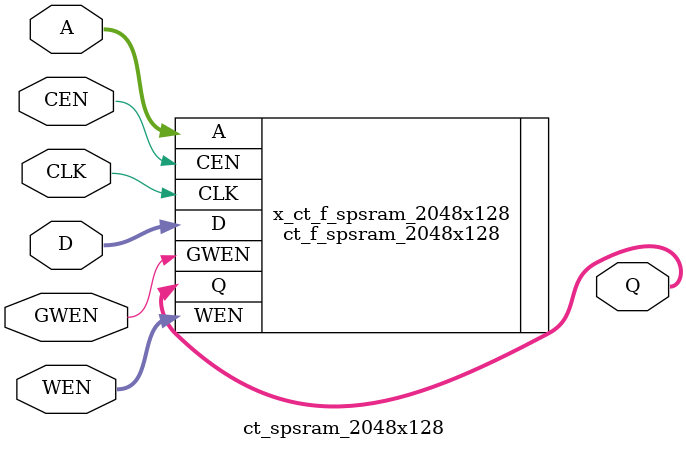
<source format=v>
/*Copyright 2019-2021 T-Head Semiconductor Co., Ltd.

Licensed under the Apache License, Version 2.0 (the "License");
you may not use this file except in compliance with the License.
You may obtain a copy of the License at

    http://www.apache.org/licenses/LICENSE-2.0

Unless required by applicable law or agreed to in writing, software
distributed under the License is distributed on an "AS IS" BASIS,
WITHOUT WARRANTIES OR CONDITIONS OF ANY KIND, either express or implied.
See the License for the specific language governing permissions and
limitations under the License.
*/

// &ModuleBeg; @22
module ct_spsram_2048x128(
  A,
  CEN,
  CLK,
  D,
  GWEN,
  Q,
  WEN
);

// &Ports; @23
input   [10 :0]  A;   
input            CEN; 
input            CLK; 
input   [127:0]  D;   
input            GWEN; 
input   [127:0]  WEN; 
output  [127:0]  Q;   

// &Regs; @24

// &Wires; @25
wire    [10 :0]  A;   
wire             CEN; 
wire             CLK; 
wire    [127:0]  D;   
wire             GWEN; 
wire    [127:0]  Q;   
wire    [127:0]  WEN; 


//**********************************************************
//                  Parameter Definition
//**********************************************************
parameter ADDR_WIDTH = 11;
parameter DATA_WIDTH = 128;
parameter WE_WIDTH   = 128;

// &Force("bus","Q",DATA_WIDTH-1,0); @34
// &Force("bus","WEN",WE_WIDTH-1,0); @35
// &Force("bus","A",ADDR_WIDTH-1,0); @36
// &Force("bus","D",DATA_WIDTH-1,0); @37

//  //********************************************************
//  //*                        FPGA memory                   *
//  //********************************************************
//   &Instance("ct_f_spsram_2048x128"); @43
ct_f_spsram_2048x128  x_ct_f_spsram_2048x128 (
  .A    (A   ),
  .CEN  (CEN ),
  .CLK  (CLK ),
  .D    (D   ),
  .GWEN (GWEN),
  .Q    (Q   ),
  .WEN  (WEN )
);

//   &Instance("ct_tsmc_spsram_2048x128"); @49

// &ModuleEnd; @65
endmodule



</source>
